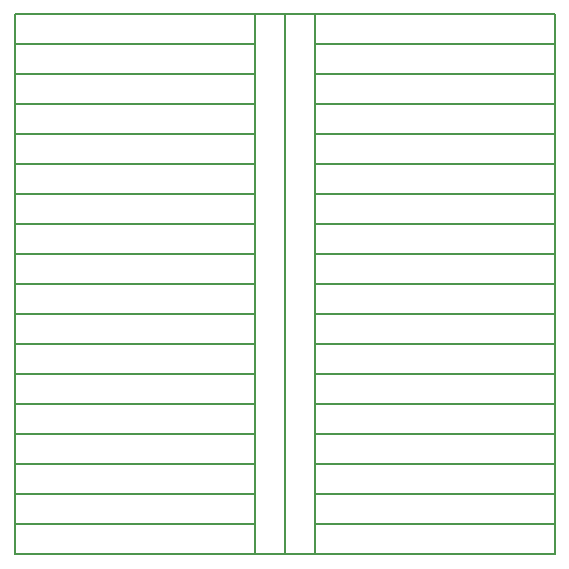
<source format=gto>
G04 #@! TF.GenerationSoftware,KiCad,Pcbnew,5.1.5-5.1.5*
G04 #@! TF.CreationDate,2020-06-30T19:25:59-04:00*
G04 #@! TF.ProjectId,PIN-100,50494e2d-3130-4302-9e6b-696361645f70,1*
G04 #@! TF.SameCoordinates,Original*
G04 #@! TF.FileFunction,Legend,Top*
G04 #@! TF.FilePolarity,Positive*
%FSLAX46Y46*%
G04 Gerber Fmt 4.6, Leading zero omitted, Abs format (unit mm)*
G04 Created by KiCad (PCBNEW 5.1.5-5.1.5) date 2020-06-30 19:25:59*
%MOMM*%
%LPD*%
G04 APERTURE LIST*
%ADD10C,0.203200*%
%ADD11C,0.100000*%
%ADD12O,2.133600X2.133600*%
%ADD13R,2.133600X2.133600*%
G04 APERTURE END LIST*
D10*
X152400000Y-66040000D02*
X152400000Y-63500000D01*
X152400000Y-63500000D02*
X172720000Y-63500000D01*
X152400000Y-66040000D02*
X172720000Y-66040000D01*
X172720000Y-66040000D02*
X172720000Y-63500000D01*
X152400000Y-68580000D02*
X152400000Y-66040000D01*
X152400000Y-66040000D02*
X172720000Y-66040000D01*
X152400000Y-68580000D02*
X172720000Y-68580000D01*
X172720000Y-68580000D02*
X172720000Y-66040000D01*
X152400000Y-71120000D02*
X152400000Y-68580000D01*
X152400000Y-68580000D02*
X172720000Y-68580000D01*
X152400000Y-71120000D02*
X172720000Y-71120000D01*
X172720000Y-71120000D02*
X172720000Y-68580000D01*
X152400000Y-73660000D02*
X152400000Y-71120000D01*
X152400000Y-71120000D02*
X172720000Y-71120000D01*
X152400000Y-73660000D02*
X172720000Y-73660000D01*
X172720000Y-73660000D02*
X172720000Y-71120000D01*
X152400000Y-76200000D02*
X152400000Y-73660000D01*
X152400000Y-73660000D02*
X172720000Y-73660000D01*
X152400000Y-76200000D02*
X172720000Y-76200000D01*
X172720000Y-76200000D02*
X172720000Y-73660000D01*
X152400000Y-78740000D02*
X152400000Y-76200000D01*
X152400000Y-76200000D02*
X172720000Y-76200000D01*
X152400000Y-78740000D02*
X172720000Y-78740000D01*
X172720000Y-78740000D02*
X172720000Y-76200000D01*
X152400000Y-81280000D02*
X152400000Y-78740000D01*
X152400000Y-78740000D02*
X172720000Y-78740000D01*
X152400000Y-81280000D02*
X172720000Y-81280000D01*
X172720000Y-81280000D02*
X172720000Y-78740000D01*
X152400000Y-83820000D02*
X152400000Y-81280000D01*
X152400000Y-81280000D02*
X172720000Y-81280000D01*
X152400000Y-83820000D02*
X172720000Y-83820000D01*
X172720000Y-83820000D02*
X172720000Y-81280000D01*
X152400000Y-86360000D02*
X152400000Y-83820000D01*
X152400000Y-83820000D02*
X172720000Y-83820000D01*
X152400000Y-86360000D02*
X172720000Y-86360000D01*
X172720000Y-86360000D02*
X172720000Y-83820000D01*
X152400000Y-88900000D02*
X152400000Y-86360000D01*
X152400000Y-86360000D02*
X172720000Y-86360000D01*
X152400000Y-88900000D02*
X172720000Y-88900000D01*
X172720000Y-88900000D02*
X172720000Y-86360000D01*
X152400000Y-91440000D02*
X152400000Y-88900000D01*
X152400000Y-88900000D02*
X172720000Y-88900000D01*
X152400000Y-91440000D02*
X172720000Y-91440000D01*
X172720000Y-91440000D02*
X172720000Y-88900000D01*
X152400000Y-93980000D02*
X152400000Y-91440000D01*
X152400000Y-91440000D02*
X172720000Y-91440000D01*
X152400000Y-93980000D02*
X172720000Y-93980000D01*
X172720000Y-93980000D02*
X172720000Y-91440000D01*
X152400000Y-96520000D02*
X152400000Y-93980000D01*
X152400000Y-93980000D02*
X172720000Y-93980000D01*
X152400000Y-96520000D02*
X172720000Y-96520000D01*
X172720000Y-96520000D02*
X172720000Y-93980000D01*
X152400000Y-99060000D02*
X152400000Y-96520000D01*
X152400000Y-96520000D02*
X172720000Y-96520000D01*
X152400000Y-99060000D02*
X172720000Y-99060000D01*
X172720000Y-99060000D02*
X172720000Y-96520000D01*
X152400000Y-101600000D02*
X152400000Y-99060000D01*
X152400000Y-99060000D02*
X172720000Y-99060000D01*
X152400000Y-101600000D02*
X172720000Y-101600000D01*
X172720000Y-101600000D02*
X172720000Y-99060000D01*
X152400000Y-104140000D02*
X152400000Y-101600000D01*
X152400000Y-101600000D02*
X172720000Y-101600000D01*
X152400000Y-104140000D02*
X172720000Y-104140000D01*
X172720000Y-104140000D02*
X172720000Y-101600000D01*
X152400000Y-106680000D02*
X152400000Y-104140000D01*
X152400000Y-104140000D02*
X172720000Y-104140000D01*
X152400000Y-106680000D02*
X172720000Y-106680000D01*
X172720000Y-106680000D02*
X172720000Y-104140000D01*
X152400000Y-109220000D02*
X152400000Y-106680000D01*
X152400000Y-106680000D02*
X172720000Y-106680000D01*
X152400000Y-109220000D02*
X172720000Y-109220000D01*
X172720000Y-109220000D02*
X172720000Y-106680000D01*
X147320000Y-106680000D02*
X147320000Y-109220000D01*
X147320000Y-109220000D02*
X127000000Y-109220000D01*
X147320000Y-106680000D02*
X127000000Y-106680000D01*
X127000000Y-106680000D02*
X127000000Y-109220000D01*
X147320000Y-104140000D02*
X147320000Y-106680000D01*
X147320000Y-106680000D02*
X127000000Y-106680000D01*
X147320000Y-104140000D02*
X127000000Y-104140000D01*
X127000000Y-104140000D02*
X127000000Y-106680000D01*
X147320000Y-101600000D02*
X147320000Y-104140000D01*
X147320000Y-104140000D02*
X127000000Y-104140000D01*
X147320000Y-101600000D02*
X127000000Y-101600000D01*
X127000000Y-101600000D02*
X127000000Y-104140000D01*
X147320000Y-99060000D02*
X147320000Y-101600000D01*
X147320000Y-101600000D02*
X127000000Y-101600000D01*
X147320000Y-99060000D02*
X127000000Y-99060000D01*
X127000000Y-99060000D02*
X127000000Y-101600000D01*
X147320000Y-96520000D02*
X147320000Y-99060000D01*
X147320000Y-99060000D02*
X127000000Y-99060000D01*
X147320000Y-96520000D02*
X127000000Y-96520000D01*
X127000000Y-96520000D02*
X127000000Y-99060000D01*
X147320000Y-93980000D02*
X147320000Y-96520000D01*
X147320000Y-96520000D02*
X127000000Y-96520000D01*
X147320000Y-93980000D02*
X127000000Y-93980000D01*
X127000000Y-93980000D02*
X127000000Y-96520000D01*
X147320000Y-91440000D02*
X147320000Y-93980000D01*
X147320000Y-93980000D02*
X127000000Y-93980000D01*
X147320000Y-91440000D02*
X127000000Y-91440000D01*
X127000000Y-91440000D02*
X127000000Y-93980000D01*
X147320000Y-88900000D02*
X147320000Y-91440000D01*
X147320000Y-91440000D02*
X127000000Y-91440000D01*
X147320000Y-88900000D02*
X127000000Y-88900000D01*
X127000000Y-88900000D02*
X127000000Y-91440000D01*
X147320000Y-86360000D02*
X147320000Y-88900000D01*
X147320000Y-88900000D02*
X127000000Y-88900000D01*
X147320000Y-86360000D02*
X127000000Y-86360000D01*
X127000000Y-86360000D02*
X127000000Y-88900000D01*
X147320000Y-83820000D02*
X147320000Y-86360000D01*
X147320000Y-86360000D02*
X127000000Y-86360000D01*
X147320000Y-83820000D02*
X127000000Y-83820000D01*
X127000000Y-83820000D02*
X127000000Y-86360000D01*
X147320000Y-81280000D02*
X147320000Y-83820000D01*
X147320000Y-83820000D02*
X127000000Y-83820000D01*
X147320000Y-81280000D02*
X127000000Y-81280000D01*
X127000000Y-81280000D02*
X127000000Y-83820000D01*
X147320000Y-78740000D02*
X147320000Y-81280000D01*
X147320000Y-81280000D02*
X127000000Y-81280000D01*
X147320000Y-78740000D02*
X127000000Y-78740000D01*
X127000000Y-78740000D02*
X127000000Y-81280000D01*
X147320000Y-76200000D02*
X147320000Y-78740000D01*
X147320000Y-78740000D02*
X127000000Y-78740000D01*
X147320000Y-76200000D02*
X127000000Y-76200000D01*
X127000000Y-76200000D02*
X127000000Y-78740000D01*
X147320000Y-73660000D02*
X147320000Y-76200000D01*
X147320000Y-76200000D02*
X127000000Y-76200000D01*
X147320000Y-73660000D02*
X127000000Y-73660000D01*
X127000000Y-73660000D02*
X127000000Y-76200000D01*
X147320000Y-71120000D02*
X147320000Y-73660000D01*
X147320000Y-73660000D02*
X127000000Y-73660000D01*
X147320000Y-71120000D02*
X127000000Y-71120000D01*
X127000000Y-71120000D02*
X127000000Y-73660000D01*
X147320000Y-68580000D02*
X147320000Y-71120000D01*
X147320000Y-71120000D02*
X127000000Y-71120000D01*
X147320000Y-68580000D02*
X127000000Y-68580000D01*
X127000000Y-68580000D02*
X127000000Y-71120000D01*
X147320000Y-66040000D02*
X147320000Y-68580000D01*
X147320000Y-68580000D02*
X127000000Y-68580000D01*
X147320000Y-66040000D02*
X127000000Y-66040000D01*
X127000000Y-66040000D02*
X127000000Y-68580000D01*
X147320000Y-63500000D02*
X147320000Y-66040000D01*
X147320000Y-66040000D02*
X127000000Y-66040000D01*
X147320000Y-63500000D02*
X127000000Y-63500000D01*
X127000000Y-63500000D02*
X127000000Y-66040000D01*
X149860000Y-63500000D02*
X152400000Y-63500000D01*
X152400000Y-63500000D02*
X152400000Y-109220000D01*
X149860000Y-63500000D02*
X149860000Y-109220000D01*
X149860000Y-109220000D02*
X152400000Y-109220000D01*
X147320000Y-63500000D02*
X149860000Y-63500000D01*
X149860000Y-63500000D02*
X149860000Y-109220000D01*
X147320000Y-63500000D02*
X147320000Y-109220000D01*
X147320000Y-109220000D02*
X149860000Y-109220000D01*
%LPC*%
D11*
G36*
X173990000Y-62230000D02*
G01*
X173990000Y-110490000D01*
X125730000Y-110490000D01*
X125730000Y-62865000D01*
X126365000Y-62865000D01*
X126365000Y-109855000D01*
X173355000Y-109855000D01*
X173355000Y-62865000D01*
X126365000Y-62865000D01*
X125730000Y-62865000D01*
X125730000Y-62230000D01*
X173990000Y-62230000D01*
G37*
X173990000Y-62230000D02*
X173990000Y-110490000D01*
X125730000Y-110490000D01*
X125730000Y-62865000D01*
X126365000Y-62865000D01*
X126365000Y-109855000D01*
X173355000Y-109855000D01*
X173355000Y-62865000D01*
X126365000Y-62865000D01*
X125730000Y-62865000D01*
X125730000Y-62230000D01*
X173990000Y-62230000D01*
D12*
X171450000Y-64770000D03*
X168910000Y-64770000D03*
X166370000Y-64770000D03*
X163830000Y-64770000D03*
X161290000Y-64770000D03*
X158750000Y-64770000D03*
X156210000Y-64770000D03*
D13*
X153670000Y-64770000D03*
D12*
X171450000Y-67310000D03*
X168910000Y-67310000D03*
X166370000Y-67310000D03*
X163830000Y-67310000D03*
X161290000Y-67310000D03*
X158750000Y-67310000D03*
X156210000Y-67310000D03*
D13*
X153670000Y-67310000D03*
D12*
X171450000Y-69850000D03*
X168910000Y-69850000D03*
X166370000Y-69850000D03*
X163830000Y-69850000D03*
X161290000Y-69850000D03*
X158750000Y-69850000D03*
X156210000Y-69850000D03*
D13*
X153670000Y-69850000D03*
D12*
X171450000Y-72390000D03*
X168910000Y-72390000D03*
X166370000Y-72390000D03*
X163830000Y-72390000D03*
X161290000Y-72390000D03*
X158750000Y-72390000D03*
X156210000Y-72390000D03*
D13*
X153670000Y-72390000D03*
D12*
X171450000Y-74930000D03*
X168910000Y-74930000D03*
X166370000Y-74930000D03*
X163830000Y-74930000D03*
X161290000Y-74930000D03*
X158750000Y-74930000D03*
X156210000Y-74930000D03*
D13*
X153670000Y-74930000D03*
D12*
X171450000Y-77470000D03*
X168910000Y-77470000D03*
X166370000Y-77470000D03*
X163830000Y-77470000D03*
X161290000Y-77470000D03*
X158750000Y-77470000D03*
X156210000Y-77470000D03*
D13*
X153670000Y-77470000D03*
D12*
X171450000Y-80010000D03*
X168910000Y-80010000D03*
X166370000Y-80010000D03*
X163830000Y-80010000D03*
X161290000Y-80010000D03*
X158750000Y-80010000D03*
X156210000Y-80010000D03*
D13*
X153670000Y-80010000D03*
D12*
X171450000Y-82550000D03*
X168910000Y-82550000D03*
X166370000Y-82550000D03*
X163830000Y-82550000D03*
X161290000Y-82550000D03*
X158750000Y-82550000D03*
X156210000Y-82550000D03*
D13*
X153670000Y-82550000D03*
D12*
X171450000Y-85090000D03*
X168910000Y-85090000D03*
X166370000Y-85090000D03*
X163830000Y-85090000D03*
X161290000Y-85090000D03*
X158750000Y-85090000D03*
X156210000Y-85090000D03*
D13*
X153670000Y-85090000D03*
D12*
X171450000Y-87630000D03*
X168910000Y-87630000D03*
X166370000Y-87630000D03*
X163830000Y-87630000D03*
X161290000Y-87630000D03*
X158750000Y-87630000D03*
X156210000Y-87630000D03*
D13*
X153670000Y-87630000D03*
D12*
X171450000Y-90170000D03*
X168910000Y-90170000D03*
X166370000Y-90170000D03*
X163830000Y-90170000D03*
X161290000Y-90170000D03*
X158750000Y-90170000D03*
X156210000Y-90170000D03*
D13*
X153670000Y-90170000D03*
D12*
X171450000Y-92710000D03*
X168910000Y-92710000D03*
X166370000Y-92710000D03*
X163830000Y-92710000D03*
X161290000Y-92710000D03*
X158750000Y-92710000D03*
X156210000Y-92710000D03*
D13*
X153670000Y-92710000D03*
D12*
X171450000Y-95250000D03*
X168910000Y-95250000D03*
X166370000Y-95250000D03*
X163830000Y-95250000D03*
X161290000Y-95250000D03*
X158750000Y-95250000D03*
X156210000Y-95250000D03*
D13*
X153670000Y-95250000D03*
D12*
X171450000Y-97790000D03*
X168910000Y-97790000D03*
X166370000Y-97790000D03*
X163830000Y-97790000D03*
X161290000Y-97790000D03*
X158750000Y-97790000D03*
X156210000Y-97790000D03*
D13*
X153670000Y-97790000D03*
D12*
X171450000Y-100330000D03*
X168910000Y-100330000D03*
X166370000Y-100330000D03*
X163830000Y-100330000D03*
X161290000Y-100330000D03*
X158750000Y-100330000D03*
X156210000Y-100330000D03*
D13*
X153670000Y-100330000D03*
D12*
X171450000Y-102870000D03*
X168910000Y-102870000D03*
X166370000Y-102870000D03*
X163830000Y-102870000D03*
X161290000Y-102870000D03*
X158750000Y-102870000D03*
X156210000Y-102870000D03*
D13*
X153670000Y-102870000D03*
D12*
X171450000Y-105410000D03*
X168910000Y-105410000D03*
X166370000Y-105410000D03*
X163830000Y-105410000D03*
X161290000Y-105410000D03*
X158750000Y-105410000D03*
X156210000Y-105410000D03*
D13*
X153670000Y-105410000D03*
D12*
X171450000Y-107950000D03*
X168910000Y-107950000D03*
X166370000Y-107950000D03*
X163830000Y-107950000D03*
X161290000Y-107950000D03*
X158750000Y-107950000D03*
X156210000Y-107950000D03*
D13*
X153670000Y-107950000D03*
D12*
X128270000Y-107950000D03*
X130810000Y-107950000D03*
X133350000Y-107950000D03*
X135890000Y-107950000D03*
X138430000Y-107950000D03*
X140970000Y-107950000D03*
X143510000Y-107950000D03*
D13*
X146050000Y-107950000D03*
D12*
X128270000Y-105410000D03*
X130810000Y-105410000D03*
X133350000Y-105410000D03*
X135890000Y-105410000D03*
X138430000Y-105410000D03*
X140970000Y-105410000D03*
X143510000Y-105410000D03*
D13*
X146050000Y-105410000D03*
D12*
X128270000Y-102870000D03*
X130810000Y-102870000D03*
X133350000Y-102870000D03*
X135890000Y-102870000D03*
X138430000Y-102870000D03*
X140970000Y-102870000D03*
X143510000Y-102870000D03*
D13*
X146050000Y-102870000D03*
D12*
X128270000Y-100330000D03*
X130810000Y-100330000D03*
X133350000Y-100330000D03*
X135890000Y-100330000D03*
X138430000Y-100330000D03*
X140970000Y-100330000D03*
X143510000Y-100330000D03*
D13*
X146050000Y-100330000D03*
D12*
X128270000Y-97790000D03*
X130810000Y-97790000D03*
X133350000Y-97790000D03*
X135890000Y-97790000D03*
X138430000Y-97790000D03*
X140970000Y-97790000D03*
X143510000Y-97790000D03*
D13*
X146050000Y-97790000D03*
D12*
X128270000Y-95250000D03*
X130810000Y-95250000D03*
X133350000Y-95250000D03*
X135890000Y-95250000D03*
X138430000Y-95250000D03*
X140970000Y-95250000D03*
X143510000Y-95250000D03*
D13*
X146050000Y-95250000D03*
D12*
X128270000Y-92710000D03*
X130810000Y-92710000D03*
X133350000Y-92710000D03*
X135890000Y-92710000D03*
X138430000Y-92710000D03*
X140970000Y-92710000D03*
X143510000Y-92710000D03*
D13*
X146050000Y-92710000D03*
D12*
X128270000Y-90170000D03*
X130810000Y-90170000D03*
X133350000Y-90170000D03*
X135890000Y-90170000D03*
X138430000Y-90170000D03*
X140970000Y-90170000D03*
X143510000Y-90170000D03*
D13*
X146050000Y-90170000D03*
D12*
X128270000Y-87630000D03*
X130810000Y-87630000D03*
X133350000Y-87630000D03*
X135890000Y-87630000D03*
X138430000Y-87630000D03*
X140970000Y-87630000D03*
X143510000Y-87630000D03*
D13*
X146050000Y-87630000D03*
D12*
X128270000Y-85090000D03*
X130810000Y-85090000D03*
X133350000Y-85090000D03*
X135890000Y-85090000D03*
X138430000Y-85090000D03*
X140970000Y-85090000D03*
X143510000Y-85090000D03*
D13*
X146050000Y-85090000D03*
D12*
X128270000Y-82550000D03*
X130810000Y-82550000D03*
X133350000Y-82550000D03*
X135890000Y-82550000D03*
X138430000Y-82550000D03*
X140970000Y-82550000D03*
X143510000Y-82550000D03*
D13*
X146050000Y-82550000D03*
D12*
X128270000Y-80010000D03*
X130810000Y-80010000D03*
X133350000Y-80010000D03*
X135890000Y-80010000D03*
X138430000Y-80010000D03*
X140970000Y-80010000D03*
X143510000Y-80010000D03*
D13*
X146050000Y-80010000D03*
D12*
X128270000Y-77470000D03*
X130810000Y-77470000D03*
X133350000Y-77470000D03*
X135890000Y-77470000D03*
X138430000Y-77470000D03*
X140970000Y-77470000D03*
X143510000Y-77470000D03*
D13*
X146050000Y-77470000D03*
D12*
X128270000Y-74930000D03*
X130810000Y-74930000D03*
X133350000Y-74930000D03*
X135890000Y-74930000D03*
X138430000Y-74930000D03*
X140970000Y-74930000D03*
X143510000Y-74930000D03*
D13*
X146050000Y-74930000D03*
D12*
X128270000Y-72390000D03*
X130810000Y-72390000D03*
X133350000Y-72390000D03*
X135890000Y-72390000D03*
X138430000Y-72390000D03*
X140970000Y-72390000D03*
X143510000Y-72390000D03*
D13*
X146050000Y-72390000D03*
D12*
X128270000Y-69850000D03*
X130810000Y-69850000D03*
X133350000Y-69850000D03*
X135890000Y-69850000D03*
X138430000Y-69850000D03*
X140970000Y-69850000D03*
X143510000Y-69850000D03*
D13*
X146050000Y-69850000D03*
D12*
X128270000Y-67310000D03*
X130810000Y-67310000D03*
X133350000Y-67310000D03*
X135890000Y-67310000D03*
X138430000Y-67310000D03*
X140970000Y-67310000D03*
X143510000Y-67310000D03*
D13*
X146050000Y-67310000D03*
D12*
X128270000Y-64770000D03*
X130810000Y-64770000D03*
X133350000Y-64770000D03*
X135890000Y-64770000D03*
X138430000Y-64770000D03*
X140970000Y-64770000D03*
X143510000Y-64770000D03*
D13*
X146050000Y-64770000D03*
X151130000Y-107950000D03*
D12*
X151130000Y-105410000D03*
X151130000Y-102870000D03*
X151130000Y-100330000D03*
X151130000Y-97790000D03*
X151130000Y-95250000D03*
X151130000Y-92710000D03*
X151130000Y-90170000D03*
X151130000Y-87630000D03*
X151130000Y-85090000D03*
X151130000Y-82550000D03*
X151130000Y-80010000D03*
X151130000Y-77470000D03*
X151130000Y-74930000D03*
X151130000Y-72390000D03*
X151130000Y-69850000D03*
X151130000Y-67310000D03*
D13*
X151130000Y-64770000D03*
X148590000Y-107950000D03*
D12*
X148590000Y-105410000D03*
X148590000Y-102870000D03*
X148590000Y-100330000D03*
X148590000Y-97790000D03*
X148590000Y-95250000D03*
X148590000Y-92710000D03*
X148590000Y-90170000D03*
X148590000Y-87630000D03*
X148590000Y-85090000D03*
X148590000Y-82550000D03*
X148590000Y-80010000D03*
X148590000Y-77470000D03*
X148590000Y-74930000D03*
X148590000Y-72390000D03*
X148590000Y-69850000D03*
X148590000Y-67310000D03*
D13*
X148590000Y-64770000D03*
M02*

</source>
